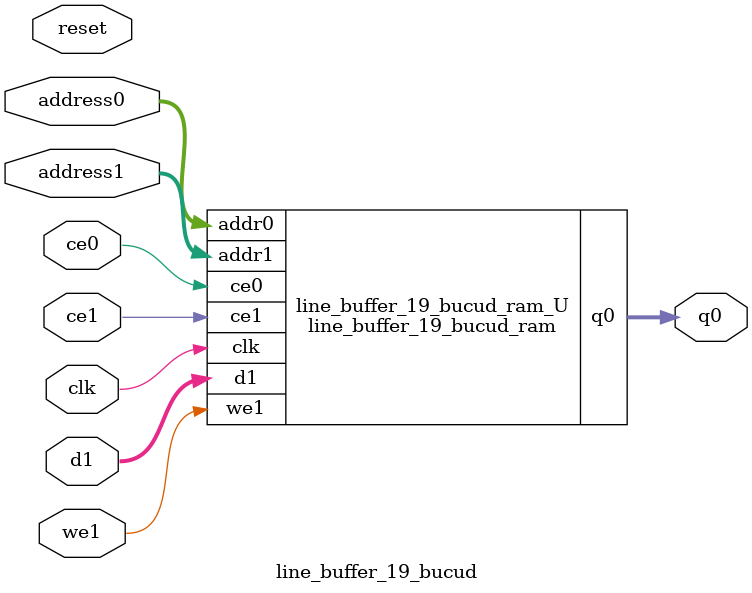
<source format=v>

`timescale 1 ns / 1 ps
module line_buffer_19_bucud_ram (addr0, ce0, q0, addr1, ce1, d1, we1,  clk);

parameter DWIDTH = 16;
parameter AWIDTH = 10;
parameter MEM_SIZE = 736;

input[AWIDTH-1:0] addr0;
input ce0;
output reg[DWIDTH-1:0] q0;
input[AWIDTH-1:0] addr1;
input ce1;
input[DWIDTH-1:0] d1;
input we1;
input clk;

(* ram_style = "block" *)reg [DWIDTH-1:0] ram[0:MEM_SIZE-1];




always @(posedge clk)  
begin 
    if (ce0) 
    begin
            q0 <= ram[addr0];
    end
end


always @(posedge clk)  
begin 
    if (ce1) 
    begin
        if (we1) 
        begin 
            ram[addr1] <= d1; 
        end 
    end
end


endmodule


`timescale 1 ns / 1 ps
module line_buffer_19_bucud(
    reset,
    clk,
    address0,
    ce0,
    q0,
    address1,
    ce1,
    we1,
    d1);

parameter DataWidth = 32'd16;
parameter AddressRange = 32'd736;
parameter AddressWidth = 32'd10;
input reset;
input clk;
input[AddressWidth - 1:0] address0;
input ce0;
output[DataWidth - 1:0] q0;
input[AddressWidth - 1:0] address1;
input ce1;
input we1;
input[DataWidth - 1:0] d1;



line_buffer_19_bucud_ram line_buffer_19_bucud_ram_U(
    .clk( clk ),
    .addr0( address0 ),
    .ce0( ce0 ),
    .q0( q0 ),
    .addr1( address1 ),
    .ce1( ce1 ),
    .d1( d1 ),
    .we1( we1 ));

endmodule


</source>
